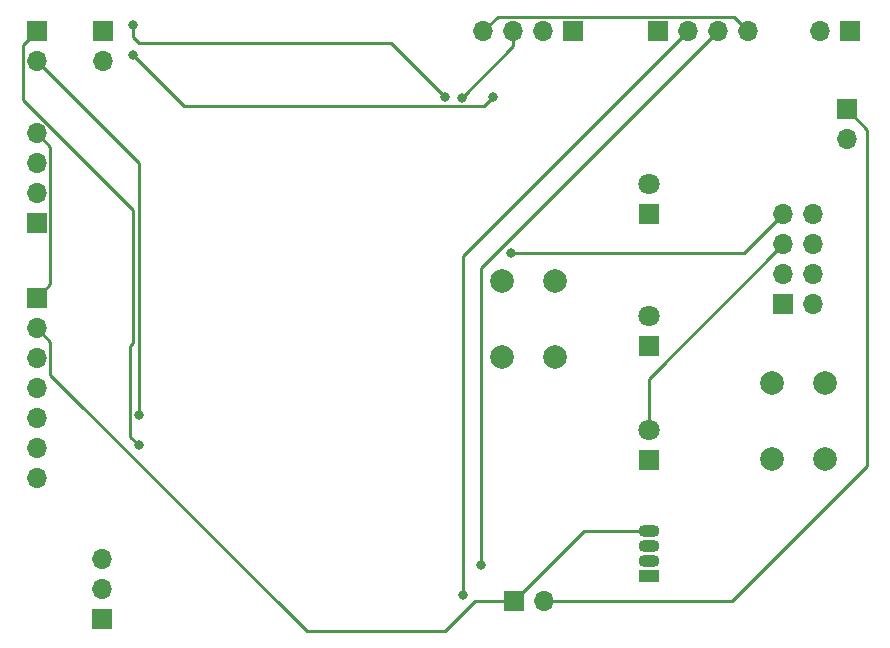
<source format=gbr>
%TF.GenerationSoftware,KiCad,Pcbnew,(6.0.5)*%
%TF.CreationDate,2023-02-27T08:13:59-05:00*%
%TF.ProjectId,UGV_Board,5547565f-426f-4617-9264-2e6b69636164,rev?*%
%TF.SameCoordinates,Original*%
%TF.FileFunction,Copper,L2,Bot*%
%TF.FilePolarity,Positive*%
%FSLAX46Y46*%
G04 Gerber Fmt 4.6, Leading zero omitted, Abs format (unit mm)*
G04 Created by KiCad (PCBNEW (6.0.5)) date 2023-02-27 08:13:59*
%MOMM*%
%LPD*%
G01*
G04 APERTURE LIST*
%TA.AperFunction,ComponentPad*%
%ADD10R,1.700000X1.700000*%
%TD*%
%TA.AperFunction,ComponentPad*%
%ADD11O,1.700000X1.700000*%
%TD*%
%TA.AperFunction,ComponentPad*%
%ADD12C,2.000000*%
%TD*%
%TA.AperFunction,ComponentPad*%
%ADD13R,1.800000X1.800000*%
%TD*%
%TA.AperFunction,ComponentPad*%
%ADD14C,1.800000*%
%TD*%
%TA.AperFunction,ComponentPad*%
%ADD15R,1.800000X1.070000*%
%TD*%
%TA.AperFunction,ComponentPad*%
%ADD16O,1.800000X1.070000*%
%TD*%
%TA.AperFunction,ViaPad*%
%ADD17C,0.800000*%
%TD*%
%TA.AperFunction,Conductor*%
%ADD18C,0.250000*%
%TD*%
G04 APERTURE END LIST*
D10*
%TO.P,J6,1,Pin_1*%
%TO.N,ESP_3.3V*%
X131064000Y-85613000D03*
D11*
%TO.P,J6,2,Pin_2*%
%TO.N,ESP_GND*%
X131064000Y-88153000D03*
%TO.P,J6,3,Pin_3*%
%TO.N,SCL*%
X131064000Y-90693000D03*
%TO.P,J6,4,Pin_4*%
%TO.N,SDA*%
X131064000Y-93233000D03*
%TO.P,J6,5,Pin_5*%
%TO.N,CSB*%
X131064000Y-95773000D03*
%TO.P,J6,6,Pin_6*%
%TO.N,INT1*%
X131064000Y-98313000D03*
%TO.P,J6,7,Pin_7*%
%TO.N,INT2*%
X131064000Y-100853000D03*
%TD*%
D10*
%TO.P,SW1,1,A*%
%TO.N,Net-(SW1-Pad1)*%
X199903000Y-62992000D03*
D11*
%TO.P,SW1,2,B*%
%TO.N,ESP_3.3V*%
X197363000Y-62992000D03*
%TD*%
D10*
%TO.P,J2,1,Pin_1*%
%TO.N,Net-(J2-Pad1)*%
X136627000Y-112761000D03*
D11*
%TO.P,J2,2,Pin_2*%
%TO.N,Net-(J2-Pad2)*%
X136627000Y-110221000D03*
%TO.P,J2,3,Pin_3*%
%TO.N,Net-(J2-Pad3)*%
X136627000Y-107681000D03*
%TD*%
D12*
%TO.P,SW3,1,1*%
%TO.N,ESP_GND*%
X197830000Y-92762000D03*
X197830000Y-99262000D03*
%TO.P,SW3,2,2*%
%TO.N,ESP_RST*%
X193330000Y-92762000D03*
X193330000Y-99262000D03*
%TD*%
D10*
%TO.P,J9,1,Pin_1*%
%TO.N,ESP_GND*%
X171470000Y-111252000D03*
D11*
%TO.P,J9,2,Pin_2*%
%TO.N,+7.5V*%
X174010000Y-111252000D03*
%TD*%
D10*
%TO.P,J1,1,Pin_1*%
%TO.N,ESP_GND*%
X131064000Y-79248000D03*
D11*
%TO.P,J1,2,Pin_2*%
%TO.N,SCL*%
X131064000Y-76708000D03*
%TO.P,J1,3,Pin_3*%
%TO.N,SDA*%
X131064000Y-74168000D03*
%TO.P,J1,4,Pin_4*%
%TO.N,ESP_3.3V*%
X131064000Y-71628000D03*
%TD*%
D10*
%TO.P,J5,1,Pin_1*%
%TO.N,ESP_GND*%
X176520000Y-63017000D03*
D11*
%TO.P,J5,2,Pin_2*%
%TO.N,ENCLA_SIG*%
X173980000Y-63017000D03*
%TO.P,J5,3,Pin_3*%
%TO.N,ENCLB_SIG*%
X171440000Y-63017000D03*
%TO.P,J5,4,Pin_4*%
%TO.N,ESP_3.3V*%
X168900000Y-63017000D03*
%TD*%
D10*
%TO.P,J7,1,Pin_1*%
%TO.N,MOTORLB_SIG*%
X131064000Y-62992000D03*
D11*
%TO.P,J7,2,Pin_2*%
%TO.N,MOTORLA_SIG*%
X131064000Y-65532000D03*
%TD*%
D10*
%TO.P,J8,1,Pin_1*%
%TO.N,MOTORRB_SIG*%
X136677000Y-62992000D03*
D11*
%TO.P,J8,2,Pin_2*%
%TO.N,MOTORRA_SIG*%
X136677000Y-65532000D03*
%TD*%
D13*
%TO.P,D4,1,K*%
%TO.N,Net-(D4-Pad1)*%
X182880000Y-99319000D03*
D14*
%TO.P,D4,2,A*%
%TO.N,ESP_GPIO0*%
X182880000Y-96779000D03*
%TD*%
D10*
%TO.P,J10,1,Pin_1*%
%TO.N,+7.5V*%
X199644000Y-69596000D03*
D11*
%TO.P,J10,2,Pin_2*%
%TO.N,ESP_GND*%
X199644000Y-72136000D03*
%TD*%
D10*
%TO.P,J4,1,Pin_1*%
%TO.N,ESP_GND*%
X183652000Y-62967000D03*
D11*
%TO.P,J4,2,Pin_2*%
%TO.N,ENCRA_SIG*%
X186192000Y-62967000D03*
%TO.P,J4,3,Pin_3*%
%TO.N,ENCRB_SIG*%
X188732000Y-62967000D03*
%TO.P,J4,4,Pin_4*%
%TO.N,ESP_3.3V*%
X191272000Y-62967000D03*
%TD*%
D10*
%TO.P,J3,1,Pin_1*%
%TO.N,ESP_GND*%
X194290000Y-86096000D03*
D11*
%TO.P,J3,2,Pin_2*%
%TO.N,ESP_TX*%
X196830000Y-86096000D03*
%TO.P,J3,3,Pin_3*%
%TO.N,ESP_GPIO2*%
X194290000Y-83556000D03*
%TO.P,J3,4,Pin_4*%
%TO.N,ESP_EN*%
X196830000Y-83556000D03*
%TO.P,J3,5,Pin_5*%
%TO.N,ESP_GPIO0*%
X194290000Y-81016000D03*
%TO.P,J3,6,Pin_6*%
%TO.N,ESP_RST*%
X196830000Y-81016000D03*
%TO.P,J3,7,Pin_7*%
%TO.N,ESP_RX*%
X194290000Y-78476000D03*
%TO.P,J3,8,Pin_8*%
%TO.N,ESP_3.3V*%
X196830000Y-78476000D03*
%TD*%
D15*
%TO.P,D1,1,RA*%
%TO.N,Net-(D1-Pad1)*%
X182880000Y-109088000D03*
D16*
%TO.P,D1,2,GA*%
%TO.N,Net-(D1-Pad2)*%
X182880000Y-107818000D03*
%TO.P,D1,3,BA*%
%TO.N,Net-(D1-Pad3)*%
X182880000Y-106548000D03*
%TO.P,D1,4,K*%
%TO.N,ESP_GND*%
X182880000Y-105278000D03*
%TD*%
D12*
%TO.P,SW2,1,1*%
%TO.N,Net-(C4-Pad1)*%
X170470000Y-90626000D03*
X170470000Y-84126000D03*
%TO.P,SW2,2,2*%
%TO.N,ESP_GND*%
X174970000Y-90626000D03*
X174970000Y-84126000D03*
%TD*%
D13*
%TO.P,D2,1,K*%
%TO.N,Net-(D2-Pad1)*%
X182880000Y-78491000D03*
D14*
%TO.P,D2,2,A*%
%TO.N,ESP_3.3V*%
X182880000Y-75951000D03*
%TD*%
D13*
%TO.P,D3,1,K*%
%TO.N,Net-(D3-Pad1)*%
X182880000Y-89667000D03*
D14*
%TO.P,D3,2,A*%
%TO.N,ESP_GPIO2*%
X182880000Y-87127000D03*
%TD*%
D17*
%TO.N,ESP_TX*%
X139192000Y-65024000D03*
X169672000Y-68580000D03*
%TO.N,ESP_RX*%
X171196000Y-81788000D03*
X165608000Y-68580000D03*
X139192000Y-62484000D03*
%TO.N,MOTORLA_SIG*%
X139700000Y-95504000D03*
%TO.N,MOTORLB_SIG*%
X139700000Y-98044000D03*
%TO.N,ENCRB_SIG*%
X168656000Y-108204000D03*
%TO.N,ENCRA_SIG*%
X167132000Y-110744000D03*
%TO.N,ENCLB_SIG*%
X167095951Y-68616049D03*
%TD*%
D18*
%TO.N,+7.5V*%
X189948000Y-111252000D02*
X174010000Y-111252000D01*
X201400000Y-71352000D02*
X201400000Y-99800000D01*
X201400000Y-99800000D02*
X189948000Y-111252000D01*
X199644000Y-69596000D02*
X201400000Y-71352000D01*
%TO.N,ESP_3.3V*%
X132239000Y-72803000D02*
X132239000Y-84438000D01*
X191272000Y-62967000D02*
X190097000Y-61792000D01*
X131064000Y-71628000D02*
X132239000Y-72803000D01*
X170125000Y-61792000D02*
X168900000Y-63017000D01*
X132239000Y-84438000D02*
X131064000Y-85613000D01*
X190097000Y-61792000D02*
X170125000Y-61792000D01*
%TO.N,ESP_GPIO0*%
X182880000Y-96779000D02*
X182880000Y-92426000D01*
X182880000Y-92426000D02*
X194290000Y-81016000D01*
%TO.N,ESP_GND*%
X131064000Y-88153000D02*
X132239000Y-89328000D01*
X177444000Y-105278000D02*
X182880000Y-105278000D01*
X153924000Y-113792000D02*
X165608000Y-113792000D01*
X132239000Y-92107000D02*
X153924000Y-113792000D01*
X165608000Y-113792000D02*
X168148000Y-111252000D01*
X168148000Y-111252000D02*
X171470000Y-111252000D01*
X132239000Y-89328000D02*
X132239000Y-92107000D01*
X171470000Y-111252000D02*
X177444000Y-105278000D01*
%TO.N,ESP_TX*%
X169672000Y-68580000D02*
X168910951Y-69341049D01*
X168910951Y-69341049D02*
X143509049Y-69341049D01*
X143509049Y-69341049D02*
X139192000Y-65024000D01*
%TO.N,ESP_RX*%
X139192000Y-63500000D02*
X139192000Y-62484000D01*
X165608000Y-68580000D02*
X161036000Y-64008000D01*
X194290000Y-78476000D02*
X190978000Y-81788000D01*
X190978000Y-81788000D02*
X171196000Y-81788000D01*
X139700000Y-64008000D02*
X139192000Y-63500000D01*
X161036000Y-64008000D02*
X139700000Y-64008000D01*
%TO.N,MOTORLA_SIG*%
X131064000Y-65532000D02*
X139700000Y-74168000D01*
X139700000Y-74168000D02*
X139700000Y-95504000D01*
%TO.N,MOTORLB_SIG*%
X131064000Y-62992000D02*
X129889000Y-64167000D01*
X139250000Y-89408000D02*
X138975000Y-89683000D01*
X129889000Y-68791299D02*
X139250000Y-78152299D01*
X138975000Y-89683000D02*
X138975000Y-97319000D01*
X129889000Y-64167000D02*
X129889000Y-68791299D01*
X138975000Y-97319000D02*
X139700000Y-98044000D01*
X139250000Y-78152299D02*
X139250000Y-89408000D01*
%TO.N,ENCRB_SIG*%
X168656000Y-86360000D02*
X168656000Y-108204000D01*
X188732000Y-62967000D02*
X168656000Y-83043000D01*
X168656000Y-83043000D02*
X168656000Y-86360000D01*
%TO.N,ENCRA_SIG*%
X186192000Y-62967000D02*
X167132000Y-82027000D01*
X167132000Y-82027000D02*
X167132000Y-110744000D01*
%TO.N,ENCLB_SIG*%
X171440000Y-64272000D02*
X171440000Y-63017000D01*
X167095951Y-68616049D02*
X171440000Y-64272000D01*
%TD*%
M02*

</source>
